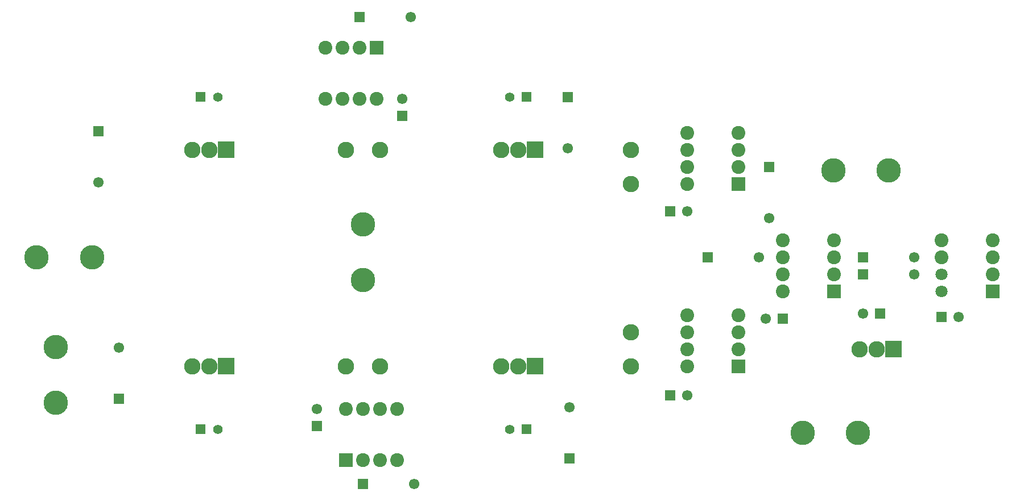
<source format=gts>
G04 start of page 6 for group -4063 idx -4063 *
G04 Title: (unknown), componentmask *
G04 Creator: pcb 20110918 *
G04 CreationDate: Wed 16 Oct 2013 11:44:25 PM GMT UTC *
G04 For: tyrian *
G04 Format: Gerber/RS-274X *
G04 PCB-Dimensions: 800000 800000 *
G04 PCB-Coordinate-Origin: lower left *
%MOIN*%
%FSLAX25Y25*%
%LNTOPMASK*%
%ADD57C,0.0560*%
%ADD56C,0.0710*%
%ADD55C,0.1435*%
%ADD54C,0.0960*%
%ADD53C,0.0610*%
%ADD52C,0.0001*%
%ADD51C,0.0810*%
G54D51*X605000Y601000D03*
G54D52*G36*
X600950Y575050D02*Y566950D01*
X609050D01*
Y575050D01*
X600950D01*
G37*
G54D51*X605000Y581000D03*
Y591000D03*
G54D53*X585000Y556000D03*
G54D52*G36*
X353950Y476050D02*Y469950D01*
X360050D01*
Y476050D01*
X353950D01*
G37*
G54D53*X357000Y503000D03*
G54D54*X393000Y547000D03*
Y527000D03*
G54D52*G36*
X412950Y513050D02*Y506950D01*
X419050D01*
Y513050D01*
X412950D01*
G37*
G54D53*X426000Y510000D03*
G54D51*Y557000D03*
Y547000D03*
Y537000D03*
Y527000D03*
G54D55*X544142Y642000D03*
X511661D03*
G54D53*X474000Y614000D03*
G54D52*G36*
X470950Y647050D02*Y640950D01*
X477050D01*
Y647050D01*
X470950D01*
G37*
G36*
X451950Y638050D02*Y629950D01*
X460050D01*
Y638050D01*
X451950D01*
G37*
G54D51*X456000Y644000D03*
Y654000D03*
Y664000D03*
G54D54*X393000Y654000D03*
Y634000D03*
G54D52*G36*
X434950Y594050D02*Y587950D01*
X441050D01*
Y594050D01*
X434950D01*
G37*
G36*
X412950Y621050D02*Y614950D01*
X419050D01*
Y621050D01*
X412950D01*
G37*
G54D53*X426000Y618000D03*
G54D51*Y664000D03*
Y654000D03*
Y644000D03*
Y634000D03*
G54D56*X575000Y571000D03*
G54D52*G36*
X571950Y559050D02*Y552950D01*
X578050D01*
Y559050D01*
X571950D01*
G37*
G54D55*X526142Y488000D03*
X493661D03*
G54D51*X575000Y601000D03*
Y591000D03*
G54D56*Y581000D03*
G54D53*X559000D03*
Y591000D03*
G54D52*G36*
X542200Y541800D02*Y532200D01*
X551800D01*
Y541800D01*
X542200D01*
G37*
G54D54*X537000Y537000D03*
X527000D03*
G54D52*G36*
X535950Y561050D02*Y554950D01*
X542050D01*
Y561050D01*
X535950D01*
G37*
G54D53*X529000Y558000D03*
G54D52*G36*
X451950Y531050D02*Y522950D01*
X460050D01*
Y531050D01*
X451950D01*
G37*
G54D51*X456000Y537000D03*
Y547000D03*
Y557000D03*
G54D52*G36*
X478950Y558050D02*Y551950D01*
X485050D01*
Y558050D01*
X478950D01*
G37*
G54D53*X472000Y555000D03*
X468000Y591000D03*
G54D51*X482000Y601000D03*
Y591000D03*
G54D52*G36*
X507950Y575050D02*Y566950D01*
X516050D01*
Y575050D01*
X507950D01*
G37*
G54D51*X512000Y601000D03*
G54D52*G36*
X525950Y584050D02*Y577950D01*
X532050D01*
Y584050D01*
X525950D01*
G37*
G36*
Y594050D02*Y587950D01*
X532050D01*
Y594050D01*
X525950D01*
G37*
G54D51*X512000Y581000D03*
Y591000D03*
X482000Y581000D03*
Y571000D03*
G54D54*X136000Y527000D03*
G54D52*G36*
X89950Y511050D02*Y504950D01*
X96050D01*
Y511050D01*
X89950D01*
G37*
G54D53*X93000Y538000D03*
G54D55*X56000Y538142D03*
Y505661D03*
G54D54*X136000Y654000D03*
G54D52*G36*
X77950Y668050D02*Y661950D01*
X84050D01*
Y668050D01*
X77950D01*
G37*
G54D53*X81000Y635000D03*
G54D55*X44858Y591000D03*
X77339D03*
G54D52*G36*
X332200Y531800D02*Y522200D01*
X341800D01*
Y531800D01*
X332200D01*
G37*
G54D54*X327000Y527000D03*
X317000D03*
G54D51*X236000Y472000D03*
X246000D03*
X256000D03*
G54D53*X266000Y458000D03*
G54D52*G36*
X151200Y658800D02*Y649200D01*
X160800D01*
Y658800D01*
X151200D01*
G37*
G54D57*X151000Y685000D03*
G54D54*X226000Y654000D03*
G54D52*G36*
X329200Y687800D02*Y682200D01*
X334800D01*
Y687800D01*
X329200D01*
G37*
G54D57*X322000Y685000D03*
G54D52*G36*
X352950Y688050D02*Y681950D01*
X359050D01*
Y688050D01*
X352950D01*
G37*
G54D54*X246000Y654000D03*
G54D53*X356000Y655000D03*
G54D52*G36*
X332200Y658800D02*Y649200D01*
X341800D01*
Y658800D01*
X332200D01*
G37*
G54D54*X327000Y654000D03*
X317000D03*
X146000D03*
G54D52*G36*
X138200Y687800D02*Y682200D01*
X143800D01*
Y687800D01*
X138200D01*
G37*
G54D51*X214000Y684000D03*
G54D52*G36*
X230950Y735050D02*Y728950D01*
X237050D01*
Y735050D01*
X230950D01*
G37*
G54D53*X264000Y732000D03*
G54D52*G36*
X239950Y718050D02*Y709950D01*
X248050D01*
Y718050D01*
X239950D01*
G37*
G54D51*X234000Y714000D03*
X224000D03*
X214000D03*
G54D55*X236000Y610142D03*
Y577661D03*
G54D52*G36*
X255950Y677050D02*Y670950D01*
X262050D01*
Y677050D01*
X255950D01*
G37*
G54D53*X259000Y684000D03*
G54D51*X224000D03*
X234000D03*
X244000D03*
G54D52*G36*
X138200Y492800D02*Y487200D01*
X143800D01*
Y492800D01*
X138200D01*
G37*
G54D57*X151000Y490000D03*
G54D52*G36*
X329200Y492800D02*Y487200D01*
X334800D01*
Y492800D01*
X329200D01*
G37*
G54D57*X322000Y490000D03*
G54D52*G36*
X205950Y495050D02*Y488950D01*
X212050D01*
Y495050D01*
X205950D01*
G37*
G54D53*X209000Y502000D03*
G54D51*X256000D03*
X246000D03*
X236000D03*
X226000D03*
G54D52*G36*
X221950Y476050D02*Y467950D01*
X230050D01*
Y476050D01*
X221950D01*
G37*
G36*
X232950Y461050D02*Y454950D01*
X239050D01*
Y461050D01*
X232950D01*
G37*
G36*
X151200Y531800D02*Y522200D01*
X160800D01*
Y531800D01*
X151200D01*
G37*
G54D54*X146000Y527000D03*
X246000D03*
X226000D03*
M02*

</source>
